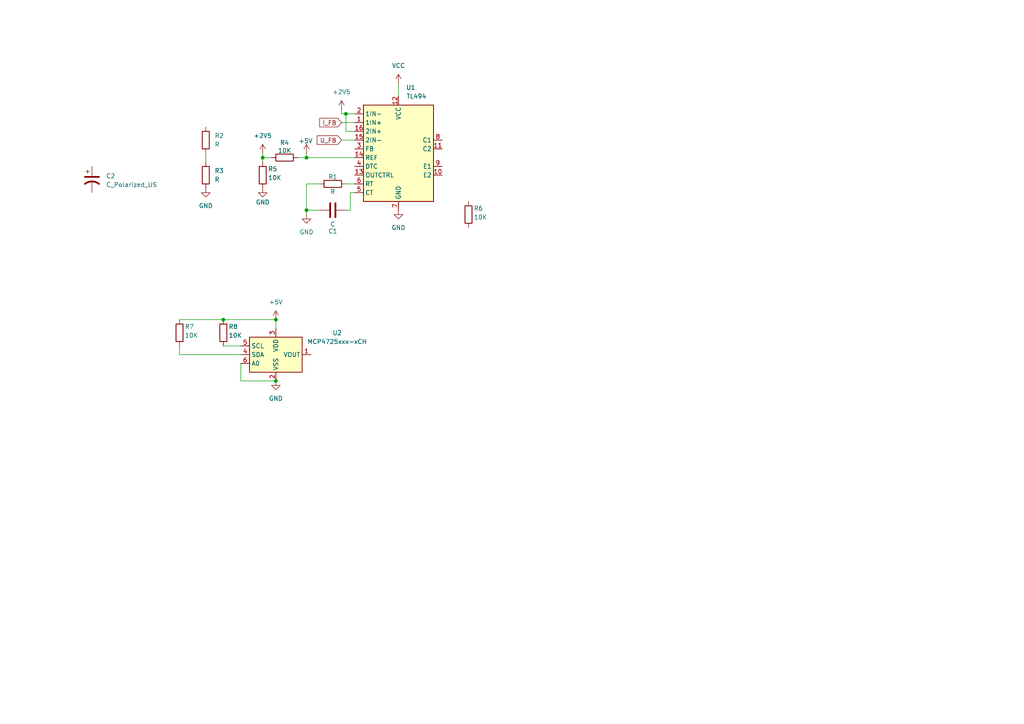
<source format=kicad_sch>
(kicad_sch (version 20231120) (generator "eeschema") (generator_version "8.0")
  (paper "A4")
  (lib_symbols
    (symbol "Analog_DAC:MCP4725xxx-xCH"
      (property "Reference" "U" (at -6.35 6.35 0))
      (property "Value" "MCP4725xxx-xCH" (at 8.89 6.35 0))
      (symbol "MCP4725xxx-xCH_0_1"
        (rectangle (start -7.62 5.08) (end 7.62 -5.08) (stroke (width 0.254)) (fill (type background)))
      )
      (symbol "MCP4725xxx-xCH_1_1"
        (pin output line (at 10.16 0 180) (length 2.54) (name "VOUT") (number "1"))
        (pin power_in line (at 0 -7.62 90) (length 2.54) (name "VSS") (number "2"))
        (pin power_in line (at 0 7.62 270) (length 2.54) (name "VDD") (number "3"))
        (pin bidirectional line (at -10.16 0 0) (length 2.54) (name "SDA") (number "4"))
        (pin input line (at -10.16 2.54 0) (length 2.54) (name "SCL") (number "5"))
        (pin input line (at -10.16 -2.54 0) (length 2.54) (name "A0") (number "6"))
      )
    )
    (symbol "Device:C" (pin_numbers hide) (pin_names (offset 0.254))
      (property "Reference" "C" (at 0.635 2.54 0))
      (property "Value" "C" (at 0.635 -2.54 0))
      (symbol "C_0_1"
        (polyline (pts (xy -2.032 -0.762) (xy 2.032 -0.762)) (stroke (width 0.508)))
        (polyline (pts (xy -2.032 0.762) (xy 2.032 0.762)) (stroke (width 0.508)))
      )
      (symbol "C_1_1"
        (pin passive line (at 0 3.81 270) (length 2.794) (name "~") (number "1"))
        (pin passive line (at 0 -3.81 90) (length 2.794) (name "~") (number "2"))
      )
    )
    (symbol "Device:C_Polarized_US" (pin_numbers hide) (pin_names (offset 0.254) hide)
      (property "Reference" "C" (at 0.635 2.54 0))
      (property "Value" "C_Polarized_US" (at 0.635 -2.54 0))
      (symbol "C_Polarized_US_0_1"
        (polyline (pts (xy -2.032 0.762) (xy 2.032 0.762)) (stroke (width 0.508)))
        (polyline (pts (xy -1.778 2.286) (xy -0.762 2.286)))
        (polyline (pts (xy -1.27 1.778) (xy -1.27 2.794)))
        (arc (start 2.032 -1.27) (mid 0 -0.5572) (end -2.032 -1.27) (stroke (width 0.508)))
      )
      (symbol "C_Polarized_US_1_1"
        (pin passive line (at 0 3.81 270) (length 2.794) (name "~") (number "1"))
        (pin passive line (at 0 -3.81 90) (length 3.302) (name "~") (number "2"))
      )
    )
    (symbol "Device:R" (pin_numbers hide) (pin_names (offset 0))
      (property "Reference" "R" (at 2.032 0 90))
      (property "Value" "R" (at 0 0 90))
      (symbol "R_0_1"
        (rectangle (start -1.016 -2.54) (end 1.016 2.54) (stroke (width 0.254)))
      )
      (symbol "R_1_1"
        (pin passive line (at 0 3.81 270) (length 1.27) (name "~") (number "1"))
        (pin passive line (at 0 -3.81 90) (length 1.27) (name "~") (number "2"))
      )
    )
    (symbol "Regulator_Controller:TL494"
      (property "Reference" "U" (at 3.81 19.05 0))
      (property "Value" "TL494" (at 3.81 16.51 0))
      (symbol "TL494_0_1"
        (rectangle (start -10.16 -12.7) (end 10.16 15.24) (stroke (width 0.254)) (fill (type background)))
      )
      (symbol "TL494_1_1"
        (pin input line (at -12.7 10.16 0) (length 2.54) (name "1IN+") (number "1"))
        (pin passive line (at 12.7 -5.08 180) (length 2.54) (name "E2") (number "10"))
        (pin passive line (at 12.7 2.54 180) (length 2.54) (name "C2") (number "11"))
        (pin power_in line (at 0 17.78 270) (length 2.54) (name "VCC") (number "12"))
        (pin input line (at -12.7 -5.08 0) (length 2.54) (name "OUTCTRL") (number "13"))
        (pin power_out line (at -12.7 0 0) (length 2.54) (name "REF") (number "14"))
        (pin input line (at -12.7 5.08 0) (length 2.54) (name "2IN-") (number "15"))
        (pin input line (at -12.7 7.62 0) (length 2.54) (name "2IN+") (number "16"))
        (pin input line (at -12.7 12.7 0) (length 2.54) (name "1IN-") (number "2"))
        (pin output line (at -12.7 2.54 0) (length 2.54) (name "FB") (number "3"))
        (pin input line (at -12.7 -2.54 0) (length 2.54) (name "DTC") (number "4"))
        (pin passive line (at -12.7 -10.16 0) (length 2.54) (name "CT") (number "5"))
        (pin passive line (at -12.7 -7.62 0) (length 2.54) (name "RT") (number "6"))
        (pin power_in line (at 0 -15.24 90) (length 2.54) (name "GND") (number "7"))
        (pin passive line (at 12.7 5.08 180) (length 2.54) (name "C1") (number "8"))
        (pin passive line (at 12.7 -2.54 180) (length 2.54) (name "E1") (number "9"))
      )
    )
    (symbol "power:+2V5" (power) (pin_numbers hide) (pin_names (offset 0) hide)
      (property "Value" "+2V5" (at 0 3.556 0))
      (symbol "+2V5_0_1"
        (polyline (pts (xy -0.762 1.27) (xy 0 2.54)))
        (polyline (pts (xy 0 0) (xy 0 2.54)))
        (polyline (pts (xy 0 2.54) (xy 0.762 1.27)))
      )
      (symbol "+2V5_1_1"
        (pin power_in line (at 0 0 90) (length 0) (name "~") (number "1"))
      )
    )
    (symbol "power:+5V" (power) (pin_numbers hide) (pin_names (offset 0) hide)
      (property "Value" "+5V" (at 0 3.556 0))
      (symbol "+5V_0_1"
        (polyline (pts (xy -0.762 1.27) (xy 0 2.54)))
        (polyline (pts (xy 0 0) (xy 0 2.54)))
        (polyline (pts (xy 0 2.54) (xy 0.762 1.27)))
      )
      (symbol "+5V_1_1"
        (pin power_in line (at 0 0 90) (length 0) (name "~") (number "1"))
      )
    )
    (symbol "power:GND" (power) (pin_numbers hide) (pin_names (offset 0) hide)
      (property "Value" "GND" (at 0 -3.81 0))
      (symbol "GND_0_1"
        (polyline (pts (xy 0 0) (xy 0 -1.27) (xy 1.27 -1.27) (xy 0 -2.54) (xy -1.27 -1.27) (xy 0 -1.27)))
      )
      (symbol "GND_1_1"
        (pin power_in line (at 0 0 270) (length 0) (name "~") (number "1"))
      )
    )
    (symbol "power:VCC" (power) (pin_numbers hide) (pin_names (offset 0) hide)
      (property "Value" "VCC" (at 0 3.556 0))
      (symbol "VCC_0_1"
        (polyline (pts (xy -0.762 1.27) (xy 0 2.54)))
        (polyline (pts (xy 0 0) (xy 0 2.54)))
        (polyline (pts (xy 0 2.54) (xy 0.762 1.27)))
      )
      (symbol "VCC_1_1"
        (pin power_in line (at 0 0 90) (length 0) (name "~") (number "1"))
      )
    )
  )
  (junction (at 64.77 92.71))
  (junction (at 88.9 60.96))
  (junction (at 88.9 45.72))
  (junction (at 80.01 110.49))
  (junction (at 100.33 33.02))
  (junction (at 80.01 92.71))
  (junction (at 76.2 45.72))
  (wire (pts (xy 52.07 100.33) (xy 52.07 102.87)))
  (wire (pts (xy 88.9 45.72) (xy 102.87 45.72)))
  (wire (pts (xy 86.36 45.72) (xy 88.9 45.72)))
  (wire (pts (xy 101.6 60.96) (xy 101.6 55.88)))
  (wire (pts (xy 52.07 92.71) (xy 64.77 92.71)))
  (wire (pts (xy 69.85 110.49) (xy 80.01 110.49)))
  (wire (pts (xy 76.2 44.45) (xy 76.2 45.72)))
  (wire (pts (xy 80.01 92.71) (xy 80.01 95.25)))
  (wire (pts (xy 100.33 60.96) (xy 101.6 60.96)))
  (wire (pts (xy 76.2 46.99) (xy 76.2 45.72)))
  (wire (pts (xy 99.06 31.75) (xy 99.06 33.02)))
  (wire (pts (xy 100.33 53.34) (xy 102.87 53.34)))
  (wire (pts (xy 76.2 45.72) (xy 78.74 45.72)))
  (wire (pts (xy 88.9 60.96) (xy 88.9 62.23)))
  (wire (pts (xy 52.07 102.87) (xy 69.85 102.87)))
  (wire (pts (xy 100.33 38.1) (xy 100.33 33.02)))
  (wire (pts (xy 115.57 24.13) (xy 115.57 27.94)))
  (wire (pts (xy 92.71 53.34) (xy 88.9 53.34)))
  (wire (pts (xy 99.06 40.64) (xy 102.87 40.64)))
  (wire (pts (xy 99.06 33.02) (xy 100.33 33.02)))
  (wire (pts (xy 59.69 44.45) (xy 59.69 46.99)))
  (wire (pts (xy 64.77 100.33) (xy 69.85 100.33)))
  (wire (pts (xy 102.87 38.1) (xy 100.33 38.1)))
  (wire (pts (xy 99.06 35.56) (xy 102.87 35.56)))
  (wire (pts (xy 88.9 44.45) (xy 88.9 45.72)))
  (wire (pts (xy 101.6 55.88) (xy 102.87 55.88)))
  (wire (pts (xy 92.71 60.96) (xy 88.9 60.96)))
  (wire (pts (xy 69.85 105.41) (xy 69.85 110.49)))
  (wire (pts (xy 100.33 33.02) (xy 102.87 33.02)))
  (wire (pts (xy 64.77 92.71) (xy 80.01 92.71)))
  (wire (pts (xy 88.9 53.34) (xy 88.9 60.96)))
  (global_label "U_FB" (shape input) (at 99.06 40.64 180) (property "Intersheetrefs" "${INTERSHEET_REFS}" (effects (hide yes))))
  (global_label "I_FB" (shape input) (at 99.06 35.56 180) (property "Intersheetrefs" "${INTERSHEET_REFS}" (effects (hide yes))))
  (symbol (lib_id "Regulator_Controller:TL494") (at 115.57 45.72 0) (unit 1)
    (property "Reference" "U1" (at 117.7641 25.4 0) (effects (justify left)))
    (property "Value" "TL494" (at 117.856 27.94 0) (effects (justify left)))
    (property "Datasheet" "http://www.ti.com/lit/ds/symlink/tl494.pdf" (effects (hide yes)))
    (property "Description" "Pulse-Width-Modulation Control Circuits, PDIP-16/SOIC-16/TSSOP-16" (effects (hide yes)))
  )
  (symbol (lib_id "Device:R") (at 96.52 53.34 90) (unit 1)
    (property "Reference" "R1" (at 96.52 51.308 90))
    (property "Value" "R" (at 96.52 55.626 90))
    (property "Description" "Resistor" (effects (hide yes)))
  )
  (symbol (lib_id "power:+5V") (at 80.01 92.71 0) (unit 1)
    (property "Reference" "#PWR8" (effects (hide yes)))
    (property "Value" "+5V" (at 80.01 87.63 0))
    (property "Description" "Power symbol creates a global label with name \"+5V\"" (effects (hide yes)))
  )
  (symbol (lib_id "Device:R") (at 82.55 45.72 270) (unit 1)
    (property "Reference" "R4" (at 82.55 41.402 90))
    (property "Value" "10K" (at 82.55 43.688 90))
    (property "Description" "Resistor" (effects (hide yes)))
  )
  (symbol (lib_id "Device:R") (at 52.07 96.52 0) (unit 1)
    (property "Reference" "R7" (at 53.594 94.742 0) (effects (justify left)))
    (property "Value" "10K" (at 53.594 97.282 0) (effects (justify left)))
    (property "Description" "Resistor" (effects (hide yes)))
  )
  (symbol (lib_id "Device:R") (at 135.89 62.23 0) (unit 1)
    (property "Reference" "R6" (at 137.414 60.452 0) (effects (justify left)))
    (property "Value" "10K" (at 137.414 62.992 0) (effects (justify left)))
    (property "Description" "Resistor" (effects (hide yes)))
  )
  (symbol (lib_id "Analog_DAC:MCP4725xxx-xCH") (at 80.01 102.87 0) (unit 1)
    (property "Reference" "U2" (at 97.79 96.5514 0))
    (property "Value" "MCP4725xxx-xCH" (at 97.79 99.0914 0))
    (property "Footprint" "Package_TO_SOT_SMD:SOT-23-6" (effects (hide yes)))
    (property "Datasheet" "http://ww1.microchip.com/downloads/en/DeviceDoc/22039d.pdf" (effects (hide yes)))
    (property "Description" "12-bit Digital-to-Analog Converter, integrated EEPROM, I2C interface, SOT-23-6" (effects (hide yes)))
  )
  (symbol (lib_id "power:+5V") (at 88.9 44.45 0) (unit 1)
    (property "Reference" "#PWR9" (effects (hide yes)))
    (property "Value" "+5V" (at 88.646 40.894 0))
    (property "Description" "Power symbol creates a global label with name \"+5V\"" (effects (hide yes)))
  )
  (symbol (lib_id "Device:R") (at 76.2 50.8 0) (unit 1)
    (property "Reference" "R5" (at 77.724 49.022 0) (effects (justify left)))
    (property "Value" "10K" (at 77.724 51.562 0) (effects (justify left)))
    (property "Description" "Resistor" (effects (hide yes)))
  )
  (symbol (lib_id "power:GND") (at 88.9 62.23 0) (unit 1)
    (property "Reference" "#PWR3" (effects (hide yes)))
    (property "Value" "GND" (at 88.9 67.31 0))
    (property "Description" "Power symbol creates a global label with name \"GND\" , ground" (effects (hide yes)))
  )
  (symbol (lib_id "power:+2V5") (at 99.06 31.75 0) (unit 1)
    (property "Reference" "#PWR10" (effects (hide yes)))
    (property "Value" "+2V5" (at 99.06 26.67 0))
    (property "Description" "Power symbol creates a global label with name \"+2V5\"" (effects (hide yes)))
  )
  (symbol (lib_id "power:GND") (at 76.2 54.61 0) (unit 1)
    (property "Reference" "#PWR5" (effects (hide yes)))
    (property "Value" "GND" (at 76.2 58.674 0))
    (property "Description" "Power symbol creates a global label with name \"GND\" , ground" (effects (hide yes)))
  )
  (symbol (lib_id "Device:R") (at 64.77 96.52 0) (unit 1)
    (property "Reference" "R8" (at 66.294 94.742 0) (effects (justify left)))
    (property "Value" "10K" (at 66.294 97.282 0) (effects (justify left)))
    (property "Description" "Resistor" (effects (hide yes)))
  )
  (symbol (lib_id "power:+2V5") (at 76.2 44.45 0) (unit 1)
    (property "Reference" "#PWR6" (effects (hide yes)))
    (property "Value" "+2V5" (at 76.2 39.37 0))
    (property "Description" "Power symbol creates a global label with name \"+2V5\"" (effects (hide yes)))
  )
  (symbol (lib_id "Device:R") (at 59.69 50.8 180) (unit 1)
    (property "Reference" "R3" (at 62.23 49.5299 0) (effects (justify right)))
    (property "Value" "R" (at 62.23 52.0699 0) (effects (justify right)))
    (property "Description" "Resistor" (effects (hide yes)))
  )
  (symbol (lib_id "Device:C_Polarized_US") (at 26.67 52.07 0) (unit 1)
    (property "Reference" "C2" (at 30.734 51.054 0) (effects (justify left)))
    (property "Value" "C_Polarized_US" (at 30.734 53.594 0) (effects (justify left)))
    (property "Description" "Polarized capacitor, US symbol" (effects (hide yes)))
  )
  (symbol (lib_id "power:GND") (at 80.01 110.49 0) (unit 1)
    (property "Reference" "#PWR7" (effects (hide yes)))
    (property "Value" "GND" (at 80.01 115.57 0))
    (property "Description" "Power symbol creates a global label with name \"GND\" , ground" (effects (hide yes)))
  )
  (symbol (lib_id "Device:R") (at 59.69 40.64 180) (unit 1)
    (property "Reference" "R2" (at 62.23 39.3699 0) (effects (justify right)))
    (property "Value" "R" (at 62.23 41.9099 0) (effects (justify right)))
    (property "Description" "Resistor" (effects (hide yes)))
  )
  (symbol (lib_id "power:GND") (at 59.69 54.61 0) (unit 1)
    (property "Reference" "#PWR4" (effects (hide yes)))
    (property "Value" "GND" (at 59.69 59.69 0))
    (property "Description" "Power symbol creates a global label with name \"GND\" , ground" (effects (hide yes)))
  )
  (symbol (lib_id "Device:C") (at 96.52 60.96 90) (unit 1)
    (property "Reference" "C1" (at 96.52 67.056 90))
    (property "Value" "C" (at 96.52 65.024 90))
    (property "Description" "Unpolarized capacitor" (effects (hide yes)))
  )
  (symbol (lib_id "power:GND") (at 115.57 60.96 0) (unit 1)
    (property "Reference" "#PWR1" (effects (hide yes)))
    (property "Value" "GND" (at 115.57 66.04 0))
    (property "Description" "Power symbol creates a global label with name \"GND\" , ground" (effects (hide yes)))
  )
  (symbol (lib_id "power:VCC") (at 115.57 24.13 0) (unit 1)
    (property "Reference" "#PWR2" (effects (hide yes)))
    (property "Value" "VCC" (at 115.57 19.05 0))
    (property "Description" "Power symbol creates a global label with name \"VCC\"" (effects (hide yes)))
  )
)
</source>
